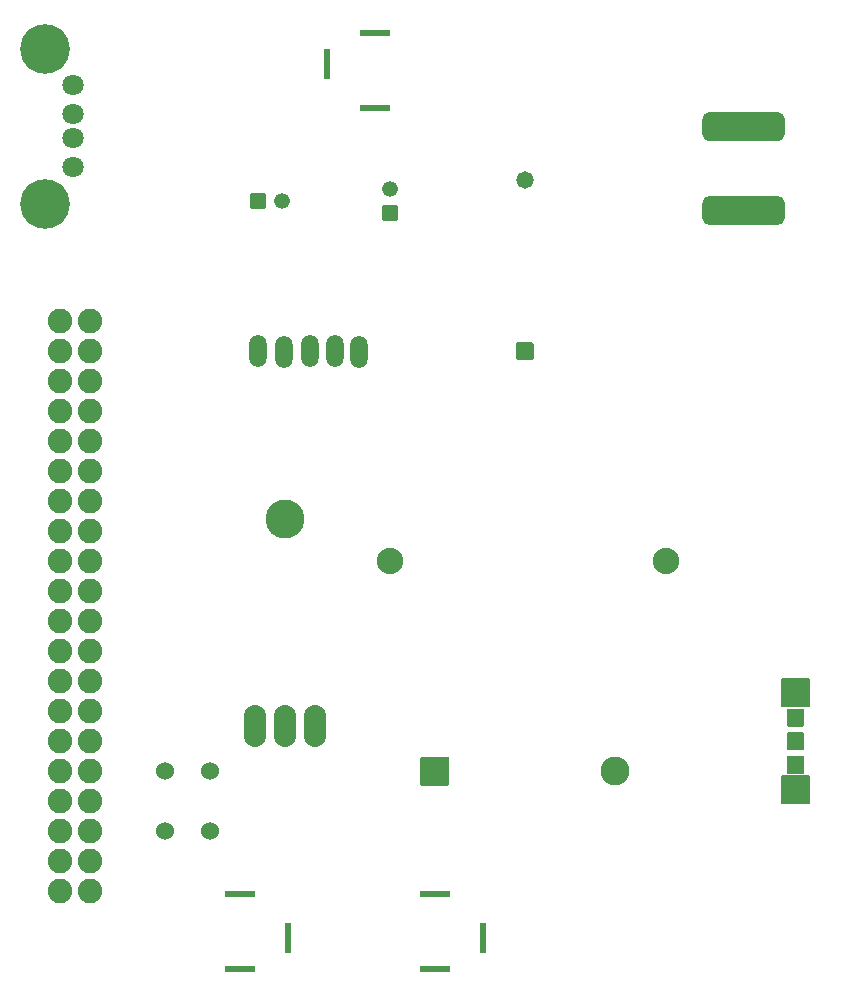
<source format=gts>
G04 #@! TF.GenerationSoftware,KiCad,Pcbnew,(5.1.10)-1*
G04 #@! TF.CreationDate,2021-11-18T00:00:46-06:00*
G04 #@! TF.ProjectId,Kitty_Cannon_Schematic,4b697474-795f-4436-916e-6e6f6e5f5363,rev?*
G04 #@! TF.SameCoordinates,Original*
G04 #@! TF.FileFunction,Soldermask,Top*
G04 #@! TF.FilePolarity,Negative*
%FSLAX46Y46*%
G04 Gerber Fmt 4.6, Leading zero omitted, Abs format (unit mm)*
G04 Created by KiCad (PCBNEW (5.1.10)-1) date 2021-11-18 00:00:46*
%MOMM*%
%LPD*%
G01*
G04 APERTURE LIST*
%ADD10C,2.453200*%
%ADD11R,2.500000X0.500000*%
%ADD12R,0.500000X2.500000*%
%ADD13C,2.235200*%
%ADD14C,1.323200*%
%ADD15C,1.524000*%
%ADD16C,3.302000*%
%ADD17O,1.879600X3.556000*%
%ADD18C,4.203200*%
%ADD19C,1.803200*%
%ADD20C,1.473200*%
%ADD21O,1.473200X2.743200*%
%ADD22C,2.082800*%
G04 APERTURE END LIST*
G36*
G01*
X151084500Y-128988600D02*
X151084500Y-126738600D01*
G75*
G02*
X151186100Y-126637000I101600J0D01*
G01*
X153436100Y-126637000D01*
G75*
G02*
X153537700Y-126738600I0J-101600D01*
G01*
X153537700Y-128988600D01*
G75*
G02*
X153436100Y-129090200I-101600J0D01*
G01*
X151186100Y-129090200D01*
G75*
G02*
X151084500Y-128988600I0J101600D01*
G01*
G37*
D10*
X167551100Y-127863600D03*
D11*
X147231100Y-65363600D03*
D12*
X143181100Y-68013600D03*
D11*
X147231100Y-71713600D03*
X135801100Y-144643600D03*
D12*
X139851100Y-141993600D03*
D11*
X135801100Y-138293600D03*
D13*
X171894500Y-110083600D03*
X148501100Y-110083600D03*
D14*
X148501100Y-78603600D03*
G36*
G01*
X149061101Y-81265200D02*
X147941099Y-81265200D01*
G75*
G02*
X147839500Y-81163601I0J101599D01*
G01*
X147839500Y-80043599D01*
G75*
G02*
X147941099Y-79942000I101599J0D01*
G01*
X149061101Y-79942000D01*
G75*
G02*
X149162700Y-80043599I0J-101599D01*
G01*
X149162700Y-81163601D01*
G75*
G02*
X149061101Y-81265200I-101599J0D01*
G01*
G37*
X139341100Y-79603600D03*
G36*
G01*
X136679500Y-80163601D02*
X136679500Y-79043599D01*
G75*
G02*
X136781099Y-78942000I101599J0D01*
G01*
X137901101Y-78942000D01*
G75*
G02*
X138002700Y-79043599I0J-101599D01*
G01*
X138002700Y-80163601D01*
G75*
G02*
X137901101Y-80265200I-101599J0D01*
G01*
X136781099Y-80265200D01*
G75*
G02*
X136679500Y-80163601I0J101599D01*
G01*
G37*
D15*
X133261100Y-132943600D03*
X133261100Y-127863600D03*
X129451100Y-132943600D03*
X129451100Y-127863600D03*
D16*
X139611100Y-106527600D03*
D17*
X142151100Y-124053600D03*
X139611100Y-124053600D03*
X137071100Y-124053600D03*
G36*
G01*
X181721980Y-120019860D02*
X183971980Y-120019860D01*
G75*
G02*
X184073580Y-120121460I0J-101600D01*
G01*
X184073580Y-122371460D01*
G75*
G02*
X183971980Y-122473060I-101600J0D01*
G01*
X181721980Y-122473060D01*
G75*
G02*
X181620380Y-122371460I0J101600D01*
G01*
X181620380Y-120121460D01*
G75*
G02*
X181721980Y-120019860I101600J0D01*
G01*
G37*
G36*
G01*
X181721980Y-128219860D02*
X183971980Y-128219860D01*
G75*
G02*
X184073580Y-128321460I0J-101600D01*
G01*
X184073580Y-130571460D01*
G75*
G02*
X183971980Y-130673060I-101600J0D01*
G01*
X181721980Y-130673060D01*
G75*
G02*
X181620380Y-130571460I0J101600D01*
G01*
X181620380Y-128321460D01*
G75*
G02*
X181721980Y-128219860I101600J0D01*
G01*
G37*
G36*
G01*
X182192980Y-126590860D02*
X183500980Y-126590860D01*
G75*
G02*
X183602580Y-126692460I0J-101600D01*
G01*
X183602580Y-128000460D01*
G75*
G02*
X183500980Y-128102060I-101600J0D01*
G01*
X182192980Y-128102060D01*
G75*
G02*
X182091380Y-128000460I0J101600D01*
G01*
X182091380Y-126692460D01*
G75*
G02*
X182192980Y-126590860I101600J0D01*
G01*
G37*
G36*
G01*
X182192980Y-122590860D02*
X183500980Y-122590860D01*
G75*
G02*
X183602580Y-122692460I0J-101600D01*
G01*
X183602580Y-124000460D01*
G75*
G02*
X183500980Y-124102060I-101600J0D01*
G01*
X182192980Y-124102060D01*
G75*
G02*
X182091380Y-124000460I0J101600D01*
G01*
X182091380Y-122692460D01*
G75*
G02*
X182192980Y-122590860I101600J0D01*
G01*
G37*
G36*
G01*
X182192980Y-124590860D02*
X183500980Y-124590860D01*
G75*
G02*
X183602580Y-124692460I0J-101600D01*
G01*
X183602580Y-126000460D01*
G75*
G02*
X183500980Y-126102060I-101600J0D01*
G01*
X182192980Y-126102060D01*
G75*
G02*
X182091380Y-126000460I0J101600D01*
G01*
X182091380Y-124692460D01*
G75*
G02*
X182192980Y-124590860I101600J0D01*
G01*
G37*
D18*
X119291100Y-79823600D03*
X119291100Y-66683600D03*
D19*
X121691100Y-76753600D03*
X121691100Y-74253600D03*
X121691100Y-72253600D03*
X121691100Y-69753600D03*
D20*
X159931100Y-77774800D03*
G36*
G01*
X160566100Y-93040200D02*
X159296100Y-93040200D01*
G75*
G02*
X159194500Y-92938600I0J101600D01*
G01*
X159194500Y-91668600D01*
G75*
G02*
X159296100Y-91567000I101600J0D01*
G01*
X160566100Y-91567000D01*
G75*
G02*
X160667700Y-91668600I0J-101600D01*
G01*
X160667700Y-92938600D01*
G75*
G02*
X160566100Y-93040200I-101600J0D01*
G01*
G37*
D21*
X145917920Y-92339160D03*
X143865600Y-92313760D03*
X141745100Y-92303600D03*
X139512040Y-92344240D03*
X137320020Y-92293440D03*
D22*
X120561100Y-138023600D03*
X123101100Y-138023600D03*
X120561100Y-135483600D03*
X123101100Y-135483600D03*
X120561100Y-132943600D03*
X123101100Y-132943600D03*
X120561100Y-130403600D03*
X123101100Y-130403600D03*
X120561100Y-127863600D03*
X123101100Y-127863600D03*
X120561100Y-125323600D03*
X123101100Y-125323600D03*
X120561100Y-122783600D03*
X123101100Y-122783600D03*
X120561100Y-120243600D03*
X123101100Y-120243600D03*
X120561100Y-117703600D03*
X123101100Y-117703600D03*
X120561100Y-115163600D03*
X123101100Y-115163600D03*
X120561100Y-112623600D03*
X123101100Y-112623600D03*
X120561100Y-110083600D03*
X123101100Y-110083600D03*
X120561100Y-107543600D03*
X123101100Y-107543600D03*
X120561100Y-105003600D03*
X123101100Y-105003600D03*
X120561100Y-102463600D03*
X123101100Y-102463600D03*
X120561100Y-99923600D03*
X123101100Y-99923600D03*
X120561100Y-97383600D03*
X123101100Y-97383600D03*
X120561100Y-94843600D03*
X123101100Y-94843600D03*
X120561100Y-92303600D03*
X123101100Y-92303600D03*
X120561100Y-89763600D03*
X123101100Y-89763600D03*
G36*
G01*
X175575240Y-72049320D02*
X181325240Y-72049320D01*
G75*
G02*
X181950240Y-72674320I0J-625000D01*
G01*
X181950240Y-73924320D01*
G75*
G02*
X181325240Y-74549320I-625000J0D01*
G01*
X175575240Y-74549320D01*
G75*
G02*
X174950240Y-73924320I0J625000D01*
G01*
X174950240Y-72674320D01*
G75*
G02*
X175575240Y-72049320I625000J0D01*
G01*
G37*
G36*
G01*
X175575240Y-79149320D02*
X181325240Y-79149320D01*
G75*
G02*
X181950240Y-79774320I0J-625000D01*
G01*
X181950240Y-81024320D01*
G75*
G02*
X181325240Y-81649320I-625000J0D01*
G01*
X175575240Y-81649320D01*
G75*
G02*
X174950240Y-81024320I0J625000D01*
G01*
X174950240Y-79774320D01*
G75*
G02*
X175575240Y-79149320I625000J0D01*
G01*
G37*
D11*
X152311100Y-138293600D03*
D12*
X156361100Y-141993600D03*
D11*
X152311100Y-144643600D03*
M02*

</source>
